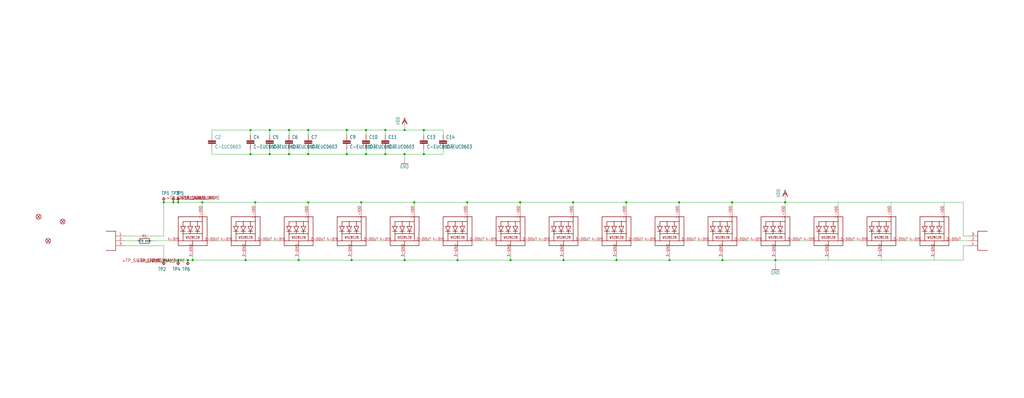
<source format=kicad_sch>
(kicad_sch (version 20211123) (generator eeschema)
  (paper "User" 540.004 210.007)
  (lib_symbols
    (symbol "schematicEagle-eagle-import:C-EUC0603"
      (property "Reference" "C" (at 1.524 0.381 0))
      (property "Value" "C-EUC0603" (at 1.524 -4.699 0))
      (symbol "C-EUC0603_1_0"
        (rectangle (start -2.032 -2.032) (end 2.032 -1.524) (fill (type outline)))
        (rectangle (start -2.032 -1.016) (end 2.032 -0.508) (fill (type outline)))
        (polyline (pts (xy 0 -2.54) (xy 0 -2.032)) (stroke (width 0.1524)))
        (polyline (pts (xy 0 0) (xy 0 -0.508)) (stroke (width 0.1524)))
        (pin passive line (at 0 2.54 270) (length 2.54) (name "1") (number "1"))
        (pin passive line (at 0 -5.08 90) (length 2.54) (name "2") (number "2"))
      )
    )
    (symbol "schematicEagle-eagle-import:FIDUCIAL{dblquote}{dblquote}"
      (symbol "FIDUCIAL{dblquote}{dblquote}_1_0"
        (polyline (pts (xy -0.762 0.762) (xy 0.762 -0.762)) (stroke (width 0.254)))
        (polyline (pts (xy 0.762 0.762) (xy -0.762 -0.762)) (stroke (width 0.254)))
        (circle (center 0 0) (radius 1.27) (stroke (width 0.254)))
      )
    )
    (symbol "schematicEagle-eagle-import:GND" (power)
      (property "Value" "GND" (at -2.54 -2.54 0))
      (symbol "GND_1_0"
        (polyline (pts (xy -1.905 0) (xy 1.905 0)) (stroke (width 0.254)))
        (pin power_in line (at 0 2.54 270) (length 2.54) (name "GND") (number "1"))
      )
    )
    (symbol "schematicEagle-eagle-import:RESISTOR_0603_NOOUT"
      (property "Reference" "R" (at 0 2.54 0))
      (property "Value" "RESISTOR_0603_NOOUT" (at 0 0 0))
      (symbol "RESISTOR_0603_NOOUT_1_0"
        (polyline (pts (xy -2.54 -1.27) (xy -2.54 1.27)) (stroke (width 0.254)))
        (polyline (pts (xy -2.54 1.27) (xy 2.54 1.27)) (stroke (width 0.254)))
        (polyline (pts (xy 2.54 -1.27) (xy -2.54 -1.27)) (stroke (width 0.254)))
        (polyline (pts (xy 2.54 1.27) (xy 2.54 -1.27)) (stroke (width 0.254)))
        (pin passive line (at -5.08 0 0) (length 2.54) (name "1") (number "1"))
        (pin passive line (at 5.08 0 180) (length 2.54) (name "2") (number "2"))
      )
    )
    (symbol "schematicEagle-eagle-import:RING_END_CONN_X3"
      (symbol "RING_END_CONN_X3_1_0"
        (polyline (pts (xy 0 -5.08) (xy 5.08 -5.08)) (stroke (width 0.254)))
        (polyline (pts (xy 0 5.08) (xy 0 -5.08)) (stroke (width 0.254)))
        (polyline (pts (xy 0 5.08) (xy 5.08 5.08)) (stroke (width 0.254)))
        (pin bidirectional line (at -5.08 2.54 0) (length 5.08) (name "P$1") (number "1"))
        (pin bidirectional line (at -5.08 0 0) (length 5.08) (name "P$2") (number "2"))
        (pin bidirectional line (at -5.08 -2.54 0) (length 5.08) (name "P$3") (number "3"))
      )
    )
    (symbol "schematicEagle-eagle-import:TPTP20R"
      (property "Reference" "TP" (at -1.27 1.27 0))
      (symbol "TPTP20R_1_0"
        (polyline (pts (xy -0.762 -0.762) (xy 0 0)) (stroke (width 0.254)))
        (polyline (pts (xy 0 -1.524) (xy -0.762 -0.762)) (stroke (width 0.254)))
        (polyline (pts (xy 0 0) (xy 0.762 -0.762)) (stroke (width 0.254)))
        (polyline (pts (xy 0.762 -0.762) (xy 0 -1.524)) (stroke (width 0.254)))
        (text ">TP_SIGNAL_NAME" (at 1.27 -1.27 0) (effects (font (size 1.778 1.5113)) (justify left bottom)))
        (pin input line (at 0 -2.54 90) (length 2.54) (name "TP") (number "TP"))
      )
    )
    (symbol "schematicEagle-eagle-import:VDD" (power)
      (property "Value" "VDD" (at -2.54 -2.54 90))
      (symbol "VDD_1_0"
        (polyline (pts (xy 0 0) (xy -1.27 -1.905)) (stroke (width 0.254)))
        (polyline (pts (xy 0 1.27) (xy -1.27 -1.905)) (stroke (width 0.254)))
        (polyline (pts (xy 1.27 -1.905) (xy 0 0)) (stroke (width 0.254)))
        (polyline (pts (xy 1.27 -1.905) (xy 0 1.27)) (stroke (width 0.254)))
        (pin power_in line (at 0 -2.54 90) (length 2.54) (name "VDD") (number "1"))
      )
    )
    (symbol "schematicEagle-eagle-import:WS2812B5050-NARROW"
      (symbol "WS2812B5050-NARROW_1_0"
        (polyline (pts (xy -7.62 -5.08) (xy 0 -5.08)) (stroke (width 0.254)))
        (polyline (pts (xy -7.62 -2.54) (xy -7.62 -5.08)) (stroke (width 0.254)))
        (polyline (pts (xy -7.62 10.16) (xy -7.62 -2.54)) (stroke (width 0.254)))
        (polyline (pts (xy -6.35 2.54) (xy -5.08 2.54)) (stroke (width 0.254)))
        (polyline (pts (xy -6.35 5.08) (xy -5.08 5.08)) (stroke (width 0.254)))
        (polyline (pts (xy -5.08 -2.54) (xy -7.62 -2.54)) (stroke (width 0.254)))
        (polyline (pts (xy -5.08 -2.54) (xy 0 -2.54)) (stroke (width 0.254)))
        (polyline (pts (xy -5.08 1.27) (xy -5.08 -2.54)) (stroke (width 0.254)))
        (polyline (pts (xy -5.08 2.54) (xy -6.35 5.08)) (stroke (width 0.254)))
        (polyline (pts (xy -5.08 2.54) (xy -5.08 1.27)) (stroke (width 0.254)))
        (polyline (pts (xy -5.08 2.54) (xy -3.81 5.08)) (stroke (width 0.254)))
        (polyline (pts (xy -5.08 5.08) (xy -3.81 5.08)) (stroke (width 0.254)))
        (polyline (pts (xy -5.08 7.62) (xy -5.08 5.08)) (stroke (width 0.254)))
        (polyline (pts (xy -3.81 2.54) (xy -5.08 2.54)) (stroke (width 0.254)))
        (polyline (pts (xy -2.54 2.54) (xy -1.27 2.54)) (stroke (width 0.254)))
        (polyline (pts (xy -2.54 5.08) (xy 0 5.08)) (stroke (width 0.254)))
        (polyline (pts (xy -1.27 1.27) (xy -5.08 1.27)) (stroke (width 0.254)))
        (polyline (pts (xy -1.27 2.54) (xy -2.54 5.08)) (stroke (width 0.254)))
        (polyline (pts (xy -1.27 2.54) (xy -1.27 1.27)) (stroke (width 0.254)))
        (polyline (pts (xy -1.27 2.54) (xy 0 2.54)) (stroke (width 0.254)))
        (polyline (pts (xy -1.27 5.08) (xy -1.27 7.62)) (stroke (width 0.254)))
        (polyline (pts (xy -1.27 7.62) (xy -5.08 7.62)) (stroke (width 0.254)))
        (polyline (pts (xy 0 -5.08) (xy 7.62 -5.08)) (stroke (width 0.254)))
        (polyline (pts (xy 0 -2.54) (xy 0 -5.08)) (stroke (width 0.254)))
        (polyline (pts (xy 0 -2.54) (xy 5.08 -2.54)) (stroke (width 0.254)))
        (polyline (pts (xy 0 5.08) (xy -1.27 2.54)) (stroke (width 0.254)))
        (polyline (pts (xy 1.27 5.08) (xy 2.54 2.54)) (stroke (width 0.254)))
        (polyline (pts (xy 1.27 5.08) (xy 2.54 5.08)) (stroke (width 0.254)))
        (polyline (pts (xy 2.54 1.27) (xy -1.27 1.27)) (stroke (width 0.254)))
        (polyline (pts (xy 2.54 2.54) (xy 1.27 2.54)) (stroke (width 0.254)))
        (polyline (pts (xy 2.54 2.54) (xy 2.54 1.27)) (stroke (width 0.254)))
        (polyline (pts (xy 2.54 2.54) (xy 3.81 2.54)) (stroke (width 0.254)))
        (polyline (pts (xy 2.54 2.54) (xy 3.81 5.08)) (stroke (width 0.254)))
        (polyline (pts (xy 2.54 5.08) (xy 2.54 7.62)) (stroke (width 0.254)))
        (polyline (pts (xy 2.54 7.62) (xy -1.27 7.62)) (stroke (width 0.254)))
        (polyline (pts (xy 2.54 7.62) (xy 5.08 7.62)) (stroke (width 0.254)))
        (polyline (pts (xy 3.81 5.08) (xy 2.54 5.08)) (stroke (width 0.254)))
        (polyline (pts (xy 5.08 -2.54) (xy 5.08 1.27)) (stroke (width 0.254)))
        (polyline (pts (xy 5.08 -2.54) (xy 7.62 -2.54)) (stroke (width 0.254)))
        (polyline (pts (xy 5.08 1.27) (xy 2.54 1.27)) (stroke (width 0.254)))
        (polyline (pts (xy 5.08 7.62) (xy 5.08 1.27)) (stroke (width 0.254)))
        (polyline (pts (xy 5.08 10.16) (xy -7.62 10.16)) (stroke (width 0.254)))
        (polyline (pts (xy 5.08 10.16) (xy 5.08 7.62)) (stroke (width 0.254)))
        (polyline (pts (xy 7.62 -5.08) (xy 7.62 -2.54)) (stroke (width 0.254)))
        (polyline (pts (xy 7.62 -2.54) (xy 7.62 10.16)) (stroke (width 0.254)))
        (polyline (pts (xy 7.62 10.16) (xy 5.08 10.16)) (stroke (width 0.254)))
        (text "WS2812B" (at 3.81 0 0) (effects (font (size 1.27 1.0795)) (justify right top)))
        (pin power_in line (at 5.08 15.24 270) (length 5.08) (name "VDD") (number "1-VDD"))
        (pin output line (at 12.7 -2.54 180) (length 5.08) (name "DO") (number "2-DOUT"))
        (pin power_in line (at 0 -10.16 90) (length 5.08) (name "GND") (number "3-GND"))
        (pin input line (at -12.7 -2.54 0) (length 5.08) (name "DI") (number "4-DIN"))
      )
    )
  )
  (junction (at 358.14 106.68))
  (junction (at 91.44 106.68))
  (junction (at 241.3 137.16))
  (junction (at 353.06 137.16))
  (junction (at 223.52 81.28))
  (junction (at 142.24 68.58))
  (junction (at 129.54 137.16))
  (junction (at 132.08 81.28))
  (junction (at 193.04 81.28))
  (junction (at 274.32 106.68))
  (junction (at 408.94 137.16))
  (junction (at 381 137.16))
  (junction (at 182.88 68.58))
  (junction (at 93.98 106.68))
  (junction (at 93.98 137.16))
  (junction (at 134.62 106.68))
  (junction (at 162.56 68.58))
  (junction (at 185.42 137.16))
  (junction (at 386.08 106.68))
  (junction (at 193.04 68.58))
  (junction (at 330.2 106.68))
  (junction (at 218.44 106.68))
  (junction (at 213.36 137.16))
  (junction (at 297.18 137.16))
  (junction (at 152.4 68.58))
  (junction (at 101.6 137.16))
  (junction (at 157.48 137.16))
  (junction (at 182.88 81.28))
  (junction (at 269.24 137.16))
  (junction (at 132.08 68.58))
  (junction (at 86.36 106.68))
  (junction (at 203.2 81.28))
  (junction (at 302.26 106.68))
  (junction (at 414.02 106.68))
  (junction (at 190.5 106.68))
  (junction (at 246.38 106.68))
  (junction (at 213.36 81.28))
  (junction (at 99.06 137.16))
  (junction (at 325.12 137.16))
  (junction (at 142.24 81.28))
  (junction (at 152.4 81.28))
  (junction (at 86.36 137.16))
  (junction (at 213.36 68.58))
  (junction (at 162.56 106.68))
  (junction (at 223.52 68.58))
  (junction (at 162.56 81.28))
  (junction (at 203.2 68.58))
  (junction (at 106.68 106.68))
  (wire (pts (xy 93.98 106.68) (xy 106.68 106.68)))
  (wire (pts (xy 497.84 106.68) (xy 508 106.68)))
  (wire (pts (xy 269.24 137.16) (xy 269.24 134.62)))
  (wire (pts (xy 408.94 134.62) (xy 408.94 137.16)))
  (wire (pts (xy 86.36 106.68) (xy 91.44 106.68)))
  (wire (pts (xy 162.56 68.58) (xy 152.4 68.58)))
  (wire (pts (xy 414.02 106.68) (xy 414.02 104.14)))
  (wire (pts (xy 132.08 68.58) (xy 111.76 68.58)))
  (wire (pts (xy 223.52 68.58) (xy 233.68 68.58)))
  (wire (pts (xy 497.84 109.22) (xy 497.84 106.68)))
  (wire (pts (xy 381 137.16) (xy 381 134.62)))
  (wire (pts (xy 182.88 81.28) (xy 182.88 78.74)))
  (wire (pts (xy 152.4 71.12) (xy 152.4 68.58)))
  (wire (pts (xy 358.14 109.22) (xy 358.14 106.68)))
  (wire (pts (xy 182.88 71.12) (xy 182.88 68.58)))
  (wire (pts (xy 492.76 134.62) (xy 492.76 137.16)))
  (wire (pts (xy 408.94 137.16) (xy 381 137.16)))
  (wire (pts (xy 152.4 81.28) (xy 152.4 78.74)))
  (wire (pts (xy 86.36 137.16) (xy 93.98 137.16)))
  (wire (pts (xy 408.94 137.16) (xy 436.88 137.16)))
  (wire (pts (xy 185.42 137.16) (xy 157.48 137.16)))
  (wire (pts (xy 256.54 127) (xy 254 127)))
  (wire (pts (xy 142.24 71.12) (xy 142.24 68.58)))
  (wire (pts (xy 172.72 127) (xy 170.18 127)))
  (wire (pts (xy 325.12 137.16) (xy 325.12 134.62)))
  (wire (pts (xy 213.36 68.58) (xy 203.2 68.58)))
  (wire (pts (xy 213.36 68.58) (xy 213.36 66.04)))
  (wire (pts (xy 233.68 78.74) (xy 233.68 81.28)))
  (wire (pts (xy 246.38 109.22) (xy 246.38 106.68)))
  (wire (pts (xy 142.24 68.58) (xy 132.08 68.58)))
  (wire (pts (xy 218.44 109.22) (xy 218.44 106.68)))
  (wire (pts (xy 99.06 137.16) (xy 101.6 137.16)))
  (wire (pts (xy 297.18 137.16) (xy 297.18 134.62)))
  (wire (pts (xy 269.24 137.16) (xy 241.3 137.16)))
  (wire (pts (xy 142.24 81.28) (xy 132.08 81.28)))
  (wire (pts (xy 185.42 137.16) (xy 185.42 134.62)))
  (wire (pts (xy 213.36 68.58) (xy 223.52 68.58)))
  (wire (pts (xy 213.36 137.16) (xy 213.36 134.62)))
  (wire (pts (xy 190.5 106.68) (xy 162.56 106.68)))
  (wire (pts (xy 162.56 78.74) (xy 162.56 81.28)))
  (wire (pts (xy 309.88 127) (xy 312.42 127)))
  (wire (pts (xy 441.96 106.68) (xy 469.9 106.68)))
  (wire (pts (xy 274.32 109.22) (xy 274.32 106.68)))
  (wire (pts (xy 213.36 81.28) (xy 203.2 81.28)))
  (wire (pts (xy 134.62 109.22) (xy 134.62 106.68)))
  (wire (pts (xy 381 137.16) (xy 353.06 137.16)))
  (wire (pts (xy 91.44 106.68) (xy 93.98 106.68)))
  (wire (pts (xy 508 129.54) (xy 508 137.16)))
  (wire (pts (xy 281.94 127) (xy 284.48 127)))
  (wire (pts (xy 414.02 109.22) (xy 414.02 106.68)))
  (wire (pts (xy 66.04 129.54) (xy 86.36 129.54)))
  (wire (pts (xy 66.04 124.46) (xy 86.36 124.46)))
  (wire (pts (xy 203.2 78.74) (xy 203.2 81.28)))
  (wire (pts (xy 182.88 68.58) (xy 162.56 68.58)))
  (wire (pts (xy 106.68 109.22) (xy 106.68 106.68)))
  (wire (pts (xy 365.76 127) (xy 368.3 127)))
  (wire (pts (xy 358.14 106.68) (xy 330.2 106.68)))
  (wire (pts (xy 93.98 137.16) (xy 99.06 137.16)))
  (wire (pts (xy 480.06 127) (xy 477.52 127)))
  (wire (pts (xy 223.52 71.12) (xy 223.52 68.58)))
  (wire (pts (xy 129.54 137.16) (xy 101.6 137.16)))
  (wire (pts (xy 213.36 81.28) (xy 213.36 83.82)))
  (wire (pts (xy 508 124.46) (xy 510.54 124.46)))
  (wire (pts (xy 393.7 127) (xy 396.24 127)))
  (wire (pts (xy 134.62 106.68) (xy 106.68 106.68)))
  (wire (pts (xy 223.52 81.28) (xy 213.36 81.28)))
  (wire (pts (xy 441.96 109.22) (xy 441.96 106.68)))
  (wire (pts (xy 193.04 81.28) (xy 193.04 78.74)))
  (wire (pts (xy 330.2 109.22) (xy 330.2 106.68)))
  (wire (pts (xy 297.18 137.16) (xy 269.24 137.16)))
  (wire (pts (xy 111.76 81.28) (xy 111.76 78.74)))
  (wire (pts (xy 66.04 127) (xy 71.12 127)))
  (wire (pts (xy 330.2 106.68) (xy 302.26 106.68)))
  (wire (pts (xy 302.26 106.68) (xy 274.32 106.68)))
  (wire (pts (xy 414.02 106.68) (xy 441.96 106.68)))
  (wire (pts (xy 228.6 127) (xy 226.06 127)))
  (wire (pts (xy 190.5 109.22) (xy 190.5 106.68)))
  (wire (pts (xy 193.04 68.58) (xy 182.88 68.58)))
  (wire (pts (xy 157.48 137.16) (xy 157.48 134.62)))
  (wire (pts (xy 353.06 137.16) (xy 353.06 134.62)))
  (wire (pts (xy 203.2 81.28) (xy 193.04 81.28)))
  (wire (pts (xy 337.82 127) (xy 340.36 127)))
  (wire (pts (xy 111.76 71.12) (xy 111.76 68.58)))
  (wire (pts (xy 469.9 109.22) (xy 469.9 106.68)))
  (wire (pts (xy 132.08 71.12) (xy 132.08 68.58)))
  (wire (pts (xy 213.36 137.16) (xy 185.42 137.16)))
  (wire (pts (xy 274.32 106.68) (xy 246.38 106.68)))
  (wire (pts (xy 508 106.68) (xy 508 124.46)))
  (wire (pts (xy 421.64 127) (xy 424.18 127)))
  (wire (pts (xy 81.28 127) (xy 88.9 127)))
  (wire (pts (xy 436.88 137.16) (xy 464.82 137.16)))
  (wire (pts (xy 436.88 134.62) (xy 436.88 137.16)))
  (wire (pts (xy 233.68 71.12) (xy 233.68 68.58)))
  (wire (pts (xy 464.82 134.62) (xy 464.82 137.16)))
  (wire (pts (xy 182.88 81.28) (xy 162.56 81.28)))
  (wire (pts (xy 386.08 109.22) (xy 386.08 106.68)))
  (wire (pts (xy 142.24 78.74) (xy 142.24 81.28)))
  (wire (pts (xy 132.08 81.28) (xy 111.76 81.28)))
  (wire (pts (xy 129.54 137.16) (xy 129.54 134.62)))
  (wire (pts (xy 353.06 137.16) (xy 325.12 137.16)))
  (wire (pts (xy 203.2 68.58) (xy 193.04 68.58)))
  (wire (pts (xy 162.56 81.28) (xy 152.4 81.28)))
  (wire (pts (xy 193.04 71.12) (xy 193.04 68.58)))
  (wire (pts (xy 464.82 137.16) (xy 492.76 137.16)))
  (wire (pts (xy 510.54 129.54) (xy 508 129.54)))
  (wire (pts (xy 218.44 106.68) (xy 190.5 106.68)))
  (wire (pts (xy 132.08 81.28) (xy 132.08 78.74)))
  (wire (pts (xy 152.4 68.58) (xy 142.24 68.58)))
  (wire (pts (xy 241.3 137.16) (xy 213.36 137.16)))
  (wire (pts (xy 162.56 109.22) (xy 162.56 106.68)))
  (wire (pts (xy 101.6 137.16) (xy 101.6 134.62)))
  (wire (pts (xy 510.54 127) (xy 505.46 127)))
  (wire (pts (xy 162.56 71.12) (xy 162.56 68.58)))
  (wire (pts (xy 452.12 127) (xy 449.58 127)))
  (wire (pts (xy 246.38 106.68) (xy 218.44 106.68)))
  (wire (pts (xy 86.36 124.46) (xy 86.36 106.68)))
  (wire (pts (xy 200.66 127) (xy 198.12 127)))
  (wire (pts (xy 157.48 137.16) (xy 129.54 137.16)))
  (wire (pts (xy 144.78 127) (xy 142.24 127)))
  (wire (pts (xy 408.94 137.16) (xy 408.94 139.7)))
  (wire (pts (xy 203.2 71.12) (xy 203.2 68.58)))
  (wire (pts (xy 86.36 129.54) (xy 86.36 137.16)))
  (wire (pts (xy 223.52 78.74) (xy 223.52 81.28)))
  (wire (pts (xy 116.84 127) (xy 114.3 127)))
  (wire (pts (xy 414.02 106.68) (xy 386.08 106.68)))
  (wire (pts (xy 193.04 81.28) (xy 182.88 81.28)))
  (wire (pts (xy 325.12 137.16) (xy 297.18 137.16)))
  (wire (pts (xy 302.26 109.22) (xy 302.26 106.68)))
  (wire (pts (xy 386.08 106.68) (xy 358.14 106.68)))
  (wire (pts (xy 162.56 106.68) (xy 134.62 106.68)))
  (wire (pts (xy 469.9 106.68) (xy 497.84 106.68)))
  (wire (pts (xy 508 137.16) (xy 492.76 137.16)))
  (wire (pts (xy 241.3 137.16) (xy 241.3 134.62)))
  (wire (pts (xy 152.4 81.28) (xy 142.24 81.28)))
  (wire (pts (xy 233.68 81.28) (xy 223.52 81.28)))
  (symbol (lib_id "schematicEagle-eagle-import:C-EUC0603") (at 142.24 73.66 0) (unit 1)
    (property "Reference" "C5" (at 143.764 73.279 0) (effects (font (size 1.778 1.5113)) (justify left bottom)))
    (property "Value" "C-EUC0603" (at 143.764 78.359 0) (effects (font (size 1.778 1.5113)) (justify left bottom)))
    (property "Footprint" "schematicEagle:C0603" (effects hide))
  )
  (symbol (lib_id "schematicEagle-eagle-import:VDD") (at 414.02 101.6 0) (unit 1)
    (property "Reference" "#VDD1" (effects hide))
    (property "Value" "VDD" (at 411.48 104.14 90) (effects (font (size 1.778 1.5113)) (justify left bottom)))
    (property "Footprint" "schematicEagle:" (effects hide))
  )
  (symbol (lib_id "schematicEagle-eagle-import:WS2812B5050-NARROW") (at 129.54 124.46 0) (unit 1)
    (property "Reference" "LED2" (effects hide))
    (property "Value" "WS2812B5050-NARROW" (effects hide))
    (property "Footprint" "schematicEagle:WS2812B-NARROW" (effects hide))
  )
  (symbol (lib_id "schematicEagle-eagle-import:WS2812B5050-NARROW") (at 269.24 124.46 0) (unit 1)
    (property "Reference" "LED7" (effects hide))
    (property "Value" "WS2812B5050-NARROW" (effects hide))
    (property "Footprint" "schematicEagle:WS2812B-NARROW" (effects hide))
  )
  (symbol (lib_id "schematicEagle-eagle-import:WS2812B5050-NARROW") (at 464.82 124.46 0) (unit 1)
    (property "Reference" "LED14" (effects hide))
    (property "Value" "WS2812B5050-NARROW" (effects hide))
    (property "Footprint" "schematicEagle:WS2812B-NARROW" (effects hide))
  )
  (symbol (lib_id "schematicEagle-eagle-import:C-EUC0603") (at 193.04 73.66 0) (unit 1)
    (property "Reference" "C10" (at 194.564 73.279 0) (effects (font (size 1.778 1.5113)) (justify left bottom)))
    (property "Value" "C-EUC0603" (at 194.564 78.359 0) (effects (font (size 1.778 1.5113)) (justify left bottom)))
    (property "Footprint" "schematicEagle:C0603" (effects hide))
  )
  (symbol (lib_id "schematicEagle-eagle-import:C-EUC0603") (at 111.76 73.66 0) (unit 1)
    (property "Reference" "C2" (at 113.284 73.279 0) (effects (font (size 1.778 1.5113)) (justify left bottom)))
    (property "Value" "C-EUC0603" (at 113.284 78.359 0) (effects (font (size 1.778 1.5113)) (justify left bottom)))
    (property "Footprint" "schematicEagle:C0603" (effects hide))
  )
  (symbol (lib_id "schematicEagle-eagle-import:WS2812B5050-NARROW") (at 353.06 124.46 0) (unit 1)
    (property "Reference" "LED10" (effects hide))
    (property "Value" "WS2812B5050-NARROW" (effects hide))
    (property "Footprint" "schematicEagle:WS2812B-NARROW" (effects hide))
  )
  (symbol (lib_id "schematicEagle-eagle-import:WS2812B5050-NARROW") (at 241.3 124.46 0) (unit 1)
    (property "Reference" "LED6" (effects hide))
    (property "Value" "WS2812B5050-NARROW" (effects hide))
    (property "Footprint" "schematicEagle:WS2812B-NARROW" (effects hide))
  )
  (symbol (lib_id "schematicEagle-eagle-import:TPTP20R") (at 93.98 139.7 180) (unit 1)
    (property "Reference" "TP4" (at 95.25 140.97 0) (effects (font (size 1.778 1.5113)) (justify left bottom)))
    (property "Value" "TPTP20R" (effects hide))
    (property "Footprint" "schematicEagle:TP20R" (effects hide))
  )
  (symbol (lib_id "schematicEagle-eagle-import:FIDUCIAL{dblquote}{dblquote}") (at 33.02 116.84 0) (unit 1)
    (property "Reference" "FID3" (effects hide))
    (property "Value" "FIDUCIAL{dblquote}{dblquote}" (effects hide))
    (property "Footprint" "schematicEagle:FIDUCIAL_1MM" (effects hide))
  )
  (symbol (lib_id "schematicEagle-eagle-import:RING_END_CONN_X3") (at 515.62 127 0) (mirror x) (unit 1)
    (property "Reference" "U$2" (effects hide))
    (property "Value" "RING_END_CONN_X3" (effects hide))
    (property "Footprint" "schematicEagle:RING_END_CONN_X3" (effects hide))
  )
  (symbol (lib_id "schematicEagle-eagle-import:WS2812B5050-NARROW") (at 157.48 124.46 0) (unit 1)
    (property "Reference" "LED3" (effects hide))
    (property "Value" "WS2812B5050-NARROW" (effects hide))
    (property "Footprint" "schematicEagle:WS2812B-NARROW" (effects hide))
  )
  (symbol (lib_id "schematicEagle-eagle-import:C-EUC0603") (at 233.68 73.66 0) (unit 1)
    (property "Reference" "C14" (at 235.204 73.279 0) (effects (font (size 1.778 1.5113)) (justify left bottom)))
    (property "Value" "C-EUC0603" (at 235.204 78.359 0) (effects (font (size 1.778 1.5113)) (justify left bottom)))
    (property "Footprint" "schematicEagle:C0603" (effects hide))
  )
  (symbol (lib_id "schematicEagle-eagle-import:TPTP20R") (at 99.06 139.7 180) (unit 1)
    (property "Reference" "TP6" (at 100.33 140.97 0) (effects (font (size 1.778 1.5113)) (justify left bottom)))
    (property "Value" "TPTP20R" (effects hide))
    (property "Footprint" "schematicEagle:TP20R" (effects hide))
  )
  (symbol (lib_id "schematicEagle-eagle-import:VDD") (at 213.36 63.5 0) (unit 1)
    (property "Reference" "#VDD2" (effects hide))
    (property "Value" "VDD" (at 210.82 66.04 90) (effects (font (size 1.778 1.5113)) (justify left bottom)))
    (property "Footprint" "schematicEagle:" (effects hide))
  )
  (symbol (lib_id "schematicEagle-eagle-import:TPTP20R") (at 86.36 139.7 180) (unit 1)
    (property "Reference" "TP2" (at 87.63 140.97 0) (effects (font (size 1.778 1.5113)) (justify left bottom)))
    (property "Value" "TPTP20R" (effects hide))
    (property "Footprint" "schematicEagle:TP20R" (effects hide))
  )
  (symbol (lib_id "schematicEagle-eagle-import:C-EUC0603") (at 162.56 73.66 0) (unit 1)
    (property "Reference" "C7" (at 164.084 73.279 0) (effects (font (size 1.778 1.5113)) (justify left bottom)))
    (property "Value" "C-EUC0603" (at 164.084 78.359 0) (effects (font (size 1.778 1.5113)) (justify left bottom)))
    (property "Footprint" "schematicEagle:C0603" (effects hide))
  )
  (symbol (lib_id "schematicEagle-eagle-import:GND") (at 408.94 142.24 0) (unit 1)
    (property "Reference" "#GND1" (effects hide))
    (property "Value" "GND" (at 406.4 144.78 0) (effects (font (size 1.778 1.5113)) (justify left bottom)))
    (property "Footprint" "schematicEagle:" (effects hide))
  )
  (symbol (lib_id "schematicEagle-eagle-import:C-EUC0603") (at 152.4 73.66 0) (unit 1)
    (property "Reference" "C6" (at 153.924 73.279 0) (effects (font (size 1.778 1.5113)) (justify left bottom)))
    (property "Value" "C-EUC0603" (at 153.924 78.359 0) (effects (font (size 1.778 1.5113)) (justify left bottom)))
    (property "Footprint" "schematicEagle:C0603" (effects hide))
  )
  (symbol (lib_id "schematicEagle-eagle-import:WS2812B5050-NARROW") (at 492.76 124.46 0) (unit 1)
    (property "Reference" "LED15" (effects hide))
    (property "Value" "WS2812B5050-NARROW" (effects hide))
    (property "Footprint" "schematicEagle:WS2812B-NARROW" (effects hide))
  )
  (symbol (lib_id "schematicEagle-eagle-import:C-EUC0603") (at 132.08 73.66 0) (unit 1)
    (property "Reference" "C4" (at 133.604 73.279 0) (effects (font (size 1.778 1.5113)) (justify left bottom)))
    (property "Value" "C-EUC0603" (at 133.604 78.359 0) (effects (font (size 1.778 1.5113)) (justify left bottom)))
    (property "Footprint" "schematicEagle:C0603" (effects hide))
  )
  (symbol (lib_id "schematicEagle-eagle-import:WS2812B5050-NARROW") (at 297.18 124.46 0) (unit 1)
    (property "Reference" "LED8" (effects hide))
    (property "Value" "WS2812B5050-NARROW" (effects hide))
    (property "Footprint" "schematicEagle:WS2812B-NARROW" (effects hide))
  )
  (symbol (lib_id "schematicEagle-eagle-import:WS2812B5050-NARROW") (at 325.12 124.46 0) (unit 1)
    (property "Reference" "LED9" (effects hide))
    (property "Value" "WS2812B5050-NARROW" (effects hide))
    (property "Footprint" "schematicEagle:WS2812B-NARROW" (effects hide))
  )
  (symbol (lib_id "schematicEagle-eagle-import:WS2812B5050-NARROW") (at 101.6 124.46 0) (unit 1)
    (property "Reference" "LED1" (effects hide))
    (property "Value" "WS2812B5050-NARROW" (effects hide))
    (property "Footprint" "schematicEagle:WS2812B-NARROW" (effects hide))
  )
  (symbol (lib_id "schematicEagle-eagle-import:FIDUCIAL{dblquote}{dblquote}") (at 20.32 114.3 0) (unit 1)
    (property "Reference" "FID1" (effects hide))
    (property "Value" "FIDUCIAL{dblquote}{dblquote}" (effects hide))
    (property "Footprint" "schematicEagle:FIDUCIAL_1MM" (effects hide))
  )
  (symbol (lib_id "schematicEagle-eagle-import:RESISTOR_0603_NOOUT") (at 76.2 127 0) (unit 1)
    (property "Reference" "R1" (at 76.2 124.46 0))
    (property "Value" "470 ohm" (at 76.2 127 0) (effects (font (size 1.016 1.016) bold)))
    (property "Footprint" "schematicEagle:0603-NO" (effects hide))
  )
  (symbol (lib_id "schematicEagle-eagle-import:TPTP20R") (at 91.44 104.14 0) (unit 1)
    (property "Reference" "TP3" (at 90.17 102.87 0) (effects (font (size 1.778 1.5113)) (justify left bottom)))
    (property "Value" "TPTP20R" (effects hide))
    (property "Footprint" "schematicEagle:TP20R" (effects hide))
  )
  (symbol (lib_id "schematicEagle-eagle-import:TPTP20R") (at 86.36 104.14 0) (unit 1)
    (property "Reference" "TP1" (at 85.09 102.87 0) (effects (font (size 1.778 1.5113)) (justify left bottom)))
    (property "Value" "TPTP20R" (effects hide))
    (property "Footprint" "schematicEagle:TP20R" (effects hide))
  )
  (symbol (lib_id "schematicEagle-eagle-import:WS2812B5050-NARROW") (at 436.88 124.46 0) (unit 1)
    (property "Reference" "LED13" (effects hide))
    (property "Value" "WS2812B5050-NARROW" (effects hide))
    (property "Footprint" "schematicEagle:WS2812B-NARROW" (effects hide))
  )
  (symbol (lib_id "schematicEagle-eagle-import:FIDUCIAL{dblquote}{dblquote}") (at 25.4 127 0) (unit 1)
    (property "Reference" "FID2" (effects hide))
    (property "Value" "FIDUCIAL{dblquote}{dblquote}" (effects hide))
    (property "Footprint" "schematicEagle:FIDUCIAL_1MM" (effects hide))
  )
  (symbol (lib_id "schematicEagle-eagle-import:C-EUC0603") (at 203.2 73.66 0) (unit 1)
    (property "Reference" "C11" (at 204.724 73.279 0) (effects (font (size 1.778 1.5113)) (justify left bottom)))
    (property "Value" "C-EUC0603" (at 204.724 78.359 0) (effects (font (size 1.778 1.5113)) (justify left bottom)))
    (property "Footprint" "schematicEagle:C0603" (effects hide))
  )
  (symbol (lib_id "schematicEagle-eagle-import:GND") (at 213.36 86.36 0) (unit 1)
    (property "Reference" "#GND2" (effects hide))
    (property "Value" "GND" (at 210.82 88.9 0) (effects (font (size 1.778 1.5113)) (justify left bottom)))
    (property "Footprint" "schematicEagle:" (effects hide))
  )
  (symbol (lib_id "schematicEagle-eagle-import:C-EUC0603") (at 182.88 73.66 0) (unit 1)
    (property "Reference" "C9" (at 184.404 73.279 0) (effects (font (size 1.778 1.5113)) (justify left bottom)))
    (property "Value" "C-EUC0603" (at 184.404 78.359 0) (effects (font (size 1.778 1.5113)) (justify left bottom)))
    (property "Footprint" "schematicEagle:C0603" (effects hide))
  )
  (symbol (lib_id "schematicEagle-eagle-import:TPTP20R") (at 93.98 104.14 0) (unit 1)
    (property "Reference" "TP5" (at 92.71 102.87 0) (effects (font (size 1.778 1.5113)) (justify left bottom)))
    (property "Value" "TPTP20R" (effects hide))
    (property "Footprint" "schematicEagle:TP20R" (effects hide))
  )
  (symbol (lib_id "schematicEagle-eagle-import:WS2812B5050-NARROW") (at 213.36 124.46 0) (unit 1)
    (property "Reference" "LED5" (effects hide))
    (property "Value" "WS2812B5050-NARROW" (effects hide))
    (property "Footprint" "schematicEagle:WS2812B-NARROW" (effects hide))
  )
  (symbol (lib_id "schematicEagle-eagle-import:WS2812B5050-NARROW") (at 381 124.46 0) (unit 1)
    (property "Reference" "LED11" (effects hide))
    (property "Value" "WS2812B5050-NARROW" (effects hide))
    (property "Footprint" "schematicEagle:WS2812B-NARROW" (effects hide))
  )
  (symbol (lib_id "schematicEagle-eagle-import:RING_END_CONN_X3") (at 60.96 127 0) (mirror y) (unit 1)
    (property "Reference" "U$1" (effects hide))
    (property "Value" "RING_END_CONN_X3" (effects hide))
    (property "Footprint" "schematicEagle:RING_END_CONN_X3" (effects hide))
  )
  (symbol (lib_id "schematicEagle-eagle-import:WS2812B5050-NARROW") (at 185.42 124.46 0) (unit 1)
    (property "Reference" "LED4" (effects hide))
    (property "Value" "WS2812B5050-NARROW" (effects hide))
    (property "Footprint" "schematicEagle:WS2812B-NARROW" (effects hide))
  )
  (symbol (lib_id "schematicEagle-eagle-import:WS2812B5050-NARROW") (at 408.94 124.46 0) (unit 1)
    (property "Reference" "LED12" (effects hide))
    (property "Value" "WS2812B5050-NARROW" (effects hide))
    (property "Footprint" "schematicEagle:WS2812B-NARROW" (effects hide))
  )
  (symbol (lib_id "schematicEagle-eagle-import:C-EUC0603") (at 223.52 73.66 0) (unit 1)
    (property "Reference" "C13" (at 225.044 73.279 0) (effects (font (size 1.778 1.5113)) (justify left bottom)))
    (property "Value" "C-EUC0603" (at 225.044 78.359 0) (effects (font (size 1.778 1.5113)) (justify left bottom)))
    (property "Footprint" "schematicEagle:C0603" (effects hide))
  )
)
</source>
